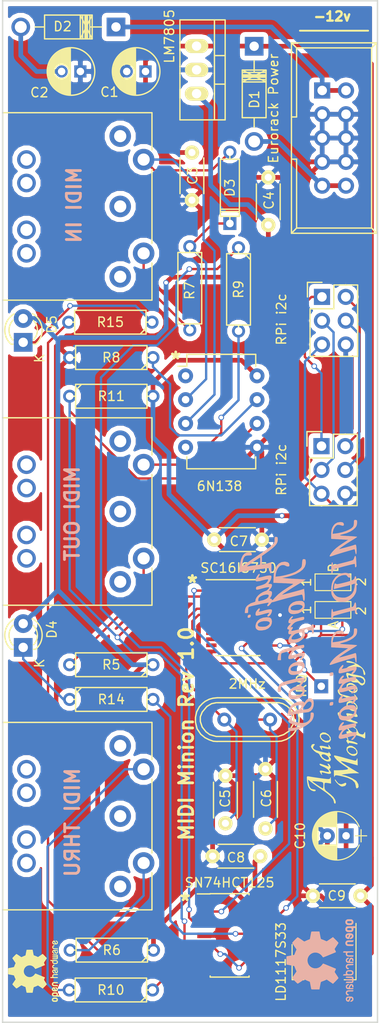
<source format=kicad_pcb>
(kicad_pcb (version 4) (host pcbnew 4.0.6)
  (title_block (title "Europi MIDI Minion") (date 2016-12-18) (rev "Rev 0.1") (company "Audio Morphology"))
  (layers (0 F.Cu signal) (31 B.Cu signal) (34 B.Paste user hide) (35 F.Paste user hide) (36 B.SilkS user) (37 F.SilkS user) (38 B.Mask user) (39 F.Mask user) (44 Edge.Cuts user))
  (net 0 "")
  (net 1 +12V)
  (net 2 GND)
  (net 3 -12V)
  (net 4 +5V)
  (net 5 "Net-(C5-Pad1)")
  (net 6 "Net-(C6-Pad1)")
  (net 7 +3V3)
  (net 8 "Net-(D1-Pad2)")
  (net 9 "Net-(D2-Pad1)")
  (net 10 "Net-(D3-Pad1)")
  (net 11 "Net-(D3-Pad2)")
  (net 12 "Net-(IC1-Pad2)")
  (net 13 "Net-(IC1-Pad3)")
  (net 14 "Net-(IC1-Pad5)")
  (net 15 "Net-(IC1-Pad6)")
  (net 16 "Net-(IC1-Pad8)")
  (net 17 "Net-(IC1-Pad11)")
  (net 18 "Net-(IC1-Pad12)")
  (net 19 "Net-(IC2-Pad14)")
  (net 20 "Net-(IC3-Pad7)")
  (net 21 "Net-(P1-Pad5)")
  (net 22 "Net-(P1-Pad4)")
  (net 23 "Net-(P2-Pad5)")
  (net 24 "Net-(P2-Pad4)")
  (net 25 "Net-(P3-Pad4)")
  (net 26 "Net-(Pi1-Pad2)")
  (net 27 "Net-(Pi1-Pad4)")
  (net 28 "Net-(D4-Pad1)")
  (net 29 "Net-(D5-Pad1)")
  (net 30 A0)
  (net 31 A1)
  (net 32 "Net-(Pi1-Pad1)")
  (net 33 SCL_LV)
  (net 34 SDA_LV)
  (module "europi:AM Logo + MIDI Minion_BW" (layer B.Cu) (at 73.9 133.85 270)
    (fp_text reference G*** hide)
    (fp_text value LOGO hide)
  )
  (module europi:AM_Logo (layer F.Cu) (at 77.55 145.55 90)
    (fp_text reference G*** hide)
    (fp_text value LOGO hide)
  )
  (module Pin_Headers:Pin_Header_Straight_2x03 (layer F.Cu) (at 76.075 99.1)
    (fp_text reference "RPi i2c" (at -4.325 2.4 90) (layer F.SilkS))
    (fp_text value CONN_02X03)
    (pad 1 thru_hole rect (at 0 0) (size 1.7272 1.7272) (drill 1.016) (layers *.Cu *.Mask) (net 32 "Net-(Pi1-Pad1)"))
    (pad 2 thru_hole oval (at 2.54 0) (size 1.7272 1.7272) (drill 1.016) (layers *.Cu *.Mask) (net 26 "Net-(Pi1-Pad2)"))
    (pad 3 thru_hole oval (at 0 2.54) (size 1.7272 1.7272) (drill 1.016) (layers *.Cu *.Mask) (net 34 SDA_LV))
    (pad 4 thru_hole oval (at 2.54 2.54) (size 1.7272 1.7272) (drill 1.016) (layers *.Cu *.Mask) (net 27 "Net-(Pi1-Pad4)"))
    (pad 5 thru_hole oval (at 0 5.08) (size 1.7272 1.7272) (drill 1.016) (layers *.Cu *.Mask) (net 33 SCL_LV))
    (pad 6 thru_hole oval (at 2.54 5.08) (size 1.7272 1.7272) (drill 1.016) (layers *.Cu *.Mask) (net 2 GND))
  )
  (module Pin_Headers:Pin_Header_Straight_2x03 (layer F.Cu) (at 76.025 115.025)
    (fp_text reference "RPi i2c" (at -4.275 2.525 90) (layer F.SilkS))
    (fp_text value CONN_02X03)
    (pad 1 thru_hole rect (at 0 0) (size 1.7272 1.7272) (drill 1.016) (layers *.Cu *.Mask) (net 32 "Net-(Pi1-Pad1)"))
    (pad 2 thru_hole oval (at 2.54 0) (size 1.7272 1.7272) (drill 1.016) (layers *.Cu *.Mask) (net 26 "Net-(Pi1-Pad2)"))
    (pad 3 thru_hole oval (at 0 2.54) (size 1.7272 1.7272) (drill 1.016) (layers *.Cu *.Mask) (net 34 SDA_LV))
    (pad 4 thru_hole oval (at 2.54 2.54) (size 1.7272 1.7272) (drill 1.016) (layers *.Cu *.Mask) (net 27 "Net-(Pi1-Pad4)"))
    (pad 5 thru_hole oval (at 0 5.08) (size 1.7272 1.7272) (drill 1.016) (layers *.Cu *.Mask) (net 33 SCL_LV))
    (pad 6 thru_hole oval (at 2.54 5.08) (size 1.7272 1.7272) (drill 1.016) (layers *.Cu *.Mask) (net 2 GND))
  )
  (module Housings_SSOP:TSSOP-24_4.4x7.8mm_Pitch0.65mm (layer F.Cu) (at 67.125 133.35)
    (fp_text reference SC16IS750 (at 0.05 -5.325) (layer F.SilkS))
    (fp_text value SC16IS750)
    (pad 1 smd rect (at -2.85 -3.575) (size 1.1 0.4) (layers F.Cu F.Paste F.Mask))
    (pad 2 smd rect (at -2.85 -2.925) (size 1.1 0.4) (layers F.Cu F.Paste F.Mask) (net 12 "Net-(IC1-Pad2)"))
    (pad 3 smd rect (at -2.85 -2.275) (size 1.1 0.4) (layers F.Cu F.Paste F.Mask) (net 14 "Net-(IC1-Pad5)"))
    (pad 4 smd rect (at -2.85 -1.625) (size 1.1 0.4) (layers F.Cu F.Paste F.Mask) (net 7 +3V3))
    (pad 5 smd rect (at -2.85 -0.975) (size 1.1 0.4) (layers F.Cu F.Paste F.Mask) (net 5 "Net-(C5-Pad1)"))
    (pad 6 smd rect (at -2.85 -0.325) (size 1.1 0.4) (layers F.Cu F.Paste F.Mask) (net 6 "Net-(C6-Pad1)"))
    (pad 7 smd rect (at -2.85 0.325) (size 1.1 0.4) (layers F.Cu F.Paste F.Mask) (net 7 +3V3))
    (pad 8 smd rect (at -2.85 0.975) (size 1.1 0.4) (layers F.Cu F.Paste F.Mask) (net 7 +3V3))
    (pad 9 smd rect (at -2.85 1.625) (size 1.1 0.4) (layers F.Cu F.Paste F.Mask) (net 30 A0))
    (pad 10 smd rect (at -2.85 2.275) (size 1.1 0.4) (layers F.Cu F.Paste F.Mask) (net 31 A1))
    (pad 11 smd rect (at -2.85 2.925) (size 1.1 0.4) (layers F.Cu F.Paste F.Mask))
    (pad 12 smd rect (at -2.85 3.575) (size 1.1 0.4) (layers F.Cu F.Paste F.Mask) (net 33 SCL_LV))
    (pad 13 smd rect (at 2.85 3.575) (size 1.1 0.4) (layers F.Cu F.Paste F.Mask) (net 34 SDA_LV))
    (pad 14 smd rect (at 2.85 2.925) (size 1.1 0.4) (layers F.Cu F.Paste F.Mask) (net 19 "Net-(IC2-Pad14)"))
    (pad 15 smd rect (at 2.85 2.275) (size 1.1 0.4) (layers F.Cu F.Paste F.Mask) (net 18 "Net-(IC1-Pad12)"))
    (pad 16 smd rect (at 2.85 1.625) (size 1.1 0.4) (layers F.Cu F.Paste F.Mask))
    (pad 17 smd rect (at 2.85 0.975) (size 1.1 0.4) (layers F.Cu F.Paste F.Mask))
    (pad 18 smd rect (at 2.85 0.325) (size 1.1 0.4) (layers F.Cu F.Paste F.Mask))
    (pad 19 smd rect (at 2.85 -0.325) (size 1.1 0.4) (layers F.Cu F.Paste F.Mask) (net 2 GND))
    (pad 20 smd rect (at 2.85 -0.975) (size 1.1 0.4) (layers F.Cu F.Paste F.Mask))
    (pad 21 smd rect (at 2.85 -1.625) (size 1.1 0.4) (layers F.Cu F.Paste F.Mask))
    (pad 22 smd rect (at 2.85 -2.275) (size 1.1 0.4) (layers F.Cu F.Paste F.Mask))
    (pad 23 smd rect (at 2.85 -2.925) (size 1.1 0.4) (layers F.Cu F.Paste F.Mask))
    (pad 24 smd rect (at 2.85 -3.575) (size 1.1 0.4) (layers F.Cu F.Paste F.Mask))
  )
  (module Capacitors_ThroughHole:C_Radial_D5_L11_P2 (layer F.Cu) (at 57.25 75.05 180)
    (fp_text reference C1 (at 3.85 -2.2 180) (layer F.SilkS))
    (fp_text value 10uF)
    (pad 1 thru_hole rect (at 0 0 180) (size 1.3 1.3) (drill 0.8) (layers *.Cu *.Mask) (net 1 +12V))
    (pad 2 thru_hole circle (at 2 0 180) (size 1.3 1.3) (drill 0.8) (layers *.Cu *.Mask) (net 2 GND))
  )
  (module Capacitors_ThroughHole:C_Radial_D5_L11_P2 (layer F.Cu) (at 50.3 75.05 180)
    (fp_text reference C2 (at 4.375 -2.25 180) (layer F.SilkS))
    (fp_text value 10uF)
    (pad 1 thru_hole rect (at 0 0 180) (size 1.3 1.3) (drill 0.8) (layers *.Cu *.Mask) (net 2 GND))
    (pad 2 thru_hole circle (at 2 0 180) (size 1.3 1.3) (drill 0.8) (layers *.Cu *.Mask) (net 3 -12V))
  )
  (module europi:tantalum_capacitor (layer F.Cu) (at 62.2 86.24 270)
    (fp_text reference C3 (at -0.075 -0.075 270) (layer F.SilkS))
    (fp_text value 330n)
    (pad 1 thru_hole circle (at -2.54 0 270) (size 1.524 1.524) (drill 0.762) (layers *.Cu *.Mask F.SilkS) (net 1 +12V))
    (pad 2 thru_hole circle (at 2.54 0 270) (size 1.524 1.524) (drill 0.762) (layers *.Cu *.Mask F.SilkS) (net 2 GND))
  )
  (module europi:tantalum_capacitor (layer F.Cu) (at 70.35 88.89 90)
    (fp_text reference C4 (at 0.075 0.075 90) (layer F.SilkS))
    (fp_text value 100n)
    (pad 1 thru_hole circle (at -2.54 0 90) (size 1.524 1.524) (drill 0.762) (layers *.Cu *.Mask F.SilkS) (net 4 +5V))
    (pad 2 thru_hole circle (at 2.54 0 90) (size 1.524 1.524) (drill 0.762) (layers *.Cu *.Mask F.SilkS) (net 2 GND))
  )
  (module europi:tantalum_capacitor (layer F.Cu) (at 65.775 152.725 90)
    (fp_text reference C5 (at 0.1 -0.025 90) (layer F.SilkS))
    (fp_text value 22pF)
    (pad 1 thru_hole circle (at -2.54 0 90) (size 1.524 1.524) (drill 0.762) (layers *.Cu *.Mask F.SilkS) (net 5 "Net-(C5-Pad1)"))
    (pad 2 thru_hole circle (at 2.54 0 90) (size 1.524 1.524) (drill 0.762) (layers *.Cu *.Mask F.SilkS) (net 2 GND))
  )
  (module europi:disc_capacitor (layer F.Cu) (at 70.05 152.65 90)
    (fp_text reference C6 (at 0.05 0.1 90) (layer F.SilkS))
    (fp_text value 33pF)
    (pad 1 thru_hole circle (at -3.175 0 90) (size 1.524 1.524) (drill 0.762) (layers *.Cu *.Mask F.SilkS) (net 6 "Net-(C6-Pad1)"))
    (pad 2 thru_hole circle (at 3.175 0 90) (size 1.524 1.524) (drill 0.762) (layers *.Cu *.Mask F.SilkS) (net 2 GND))
  )
  (module europi:tantalum_capacitor (layer F.Cu) (at 67.125 125)
    (fp_text reference C7 (at 0.075 0.175) (layer F.SilkS))
    (fp_text value 100nF)
    (pad 1 thru_hole circle (at -2.54 0) (size 1.524 1.524) (drill 0.762) (layers *.Cu *.Mask F.SilkS) (net 7 +3V3))
    (pad 2 thru_hole circle (at 2.54 0) (size 1.524 1.524) (drill 0.762) (layers *.Cu *.Mask F.SilkS) (net 2 GND))
  )
  (module europi:tantalum_capacitor (layer F.Cu) (at 66.95 158.775)
    (fp_text reference C8 (at -0.05 0.15) (layer F.SilkS))
    (fp_text value 100nF)
    (pad 1 thru_hole circle (at -2.54 0) (size 1.524 1.524) (drill 0.762) (layers *.Cu *.Mask F.SilkS) (net 2 GND))
    (pad 2 thru_hole circle (at 2.54 0) (size 1.524 1.524) (drill 0.762) (layers *.Cu *.Mask F.SilkS) (net 4 +5V))
  )
  (module Diodes_ThroughHole:Diode_DO-41_SOD81_Horizontal_RM10 (layer F.Cu) (at 68.84 72.36 270)
    (fp_text reference D1 (at 5.675 -0.025 270) (layer F.SilkS))
    (fp_text value 1N5817)
    (pad 2 thru_hole circle (at 10.16 -0.00254 90) (size 1.99898 1.99898) (drill 1.27) (layers *.Cu *.Mask) (net 8 "Net-(D1-Pad2)"))
    (pad 1 thru_hole rect (at 0 -0.00254 90) (size 1.99898 1.99898) (drill 1.00076) (layers *.Cu *.Mask) (net 1 +12V))
  )
  (module Diodes_ThroughHole:Diode_DO-41_SOD81_Horizontal_RM10 (layer F.Cu) (at 54.1 70.3 180)
    (fp_text reference D2 (at 5.7 0.05 180) (layer F.SilkS))
    (fp_text value 1N5817)
    (pad 2 thru_hole circle (at 10.16 -0.00254) (size 1.99898 1.99898) (drill 1.27) (layers *.Cu *.Mask) (net 3 -12V))
    (pad 1 thru_hole rect (at 0 -0.00254) (size 1.99898 1.99898) (drill 1.00076) (layers *.Cu *.Mask) (net 9 "Net-(D2-Pad1)"))
  )
  (module Discret:D3 (layer F.Cu) (at 66.25 87.46 270)
    (fp_text reference D3 (at 0 0 270) (layer F.SilkS))
    (fp_text value 1N4148)
    (pad 1 thru_hole rect (at 3.81 0 270) (size 1.397 1.397) (drill 0.8128) (layers *.Cu *.Mask) (net 10 "Net-(D3-Pad1)"))
    (pad 2 thru_hole circle (at -3.81 0 270) (size 1.397 1.397) (drill 0.8128) (layers *.Cu *.Mask) (net 11 "Net-(D3-Pad2)"))
  )
  (module LEDs:LED-3MM (layer F.Cu) (at 44.2 136.5 90)
    (fp_text reference D4 (at 1.91 3.06 90) (layer F.SilkS))
    (fp_text value LED)
    (fp_text user K (at -1.69 1.74 90) (layer F.SilkS))
    (pad 1 thru_hole rect (at 0 0 180) (size 2 2) (drill 1.00076) (layers *.Cu *.Mask) (net 28 "Net-(D4-Pad1)"))
    (pad 2 thru_hole circle (at 2.54 0 90) (size 2 2) (drill 1.00076) (layers *.Cu *.Mask) (net 4 +5V))
  )
  (module LEDs:LED-3MM (layer F.Cu) (at 44.2 103.95 90)
    (fp_text reference D5 (at 1.91 3.06 90) (layer F.SilkS))
    (fp_text value LED)
    (fp_text user K (at -1.69 1.74 90) (layer F.SilkS))
    (pad 1 thru_hole rect (at 0 0 180) (size 2 2) (drill 1.00076) (layers *.Cu *.Mask) (net 29 "Net-(D5-Pad1)"))
    (pad 2 thru_hole circle (at 2.54 0 90) (size 2 2) (drill 1.00076) (layers *.Cu *.Mask) (net 4 +5V))
  )
  (module Connect:IDC_Header_Straight_10pins (layer F.Cu) (at 76.1 77.075 270)
    (fp_text reference "Eurorack Power" (at 1.925 5.2 270) (layer F.SilkS))
    (fp_text value CONN_02X05)
    (pad 1 thru_hole rect (at 0 0 270) (size 1.7272 1.7272) (drill 1.016) (layers *.Cu *.Mask) (net 9 "Net-(D2-Pad1)"))
    (pad 2 thru_hole oval (at 0 -2.54 270) (size 1.7272 1.7272) (drill 1.016) (layers *.Cu *.Mask) (net 9 "Net-(D2-Pad1)"))
    (pad 3 thru_hole oval (at 2.54 0 270) (size 1.7272 1.7272) (drill 1.016) (layers *.Cu *.Mask) (net 2 GND))
    (pad 4 thru_hole oval (at 2.54 -2.54 270) (size 1.7272 1.7272) (drill 1.016) (layers *.Cu *.Mask) (net 2 GND))
    (pad 5 thru_hole oval (at 5.08 0 270) (size 1.7272 1.7272) (drill 1.016) (layers *.Cu *.Mask) (net 2 GND))
    (pad 6 thru_hole oval (at 5.08 -2.54 270) (size 1.7272 1.7272) (drill 1.016) (layers *.Cu *.Mask) (net 2 GND))
    (pad 7 thru_hole oval (at 7.62 0 270) (size 1.7272 1.7272) (drill 1.016) (layers *.Cu *.Mask) (net 2 GND))
    (pad 8 thru_hole oval (at 7.62 -2.54 270) (size 1.7272 1.7272) (drill 1.016) (layers *.Cu *.Mask) (net 2 GND))
    (pad 9 thru_hole oval (at 10.16 0 270) (size 1.7272 1.7272) (drill 1.016) (layers *.Cu *.Mask) (net 8 "Net-(D1-Pad2)"))
    (pad 10 thru_hole oval (at 10.16 -2.54 270) (size 1.7272 1.7272) (drill 1.016) (layers *.Cu *.Mask) (net 8 "Net-(D1-Pad2)"))
  )
  (module Housings_SOIC:SOIC-14_3.9x8.7mm_Pitch1.27mm (layer F.Cu) (at 66.225 167.225)
    (fp_text reference SN74HCT125 (at 0 -5.625) (layer F.SilkS))
    (fp_text value SN74HCT125)
    (pad 1 smd rect (at -2.7 -3.81) (size 1.5 0.6) (layers F.Cu F.Paste F.Mask) (net 2 GND))
    (pad 2 smd rect (at -2.7 -2.54) (size 1.5 0.6) (layers F.Cu F.Paste F.Mask) (net 12 "Net-(IC1-Pad2)"))
    (pad 3 smd rect (at -2.7 -1.27) (size 1.5 0.6) (layers F.Cu F.Paste F.Mask) (net 13 "Net-(IC1-Pad3)"))
    (pad 4 smd rect (at -2.7 0) (size 1.5 0.6) (layers F.Cu F.Paste F.Mask) (net 2 GND))
    (pad 5 smd rect (at -2.7 1.27) (size 1.5 0.6) (layers F.Cu F.Paste F.Mask) (net 14 "Net-(IC1-Pad5)"))
    (pad 6 smd rect (at -2.7 2.54) (size 1.5 0.6) (layers F.Cu F.Paste F.Mask) (net 15 "Net-(IC1-Pad6)"))
    (pad 7 smd rect (at -2.7 3.81) (size 1.5 0.6) (layers F.Cu F.Paste F.Mask) (net 2 GND))
    (pad 8 smd rect (at 2.7 3.81) (size 1.5 0.6) (layers F.Cu F.Paste F.Mask) (net 16 "Net-(IC1-Pad8)"))
    (pad 9 smd rect (at 2.7 2.54) (size 1.5 0.6) (layers F.Cu F.Paste F.Mask) (net 14 "Net-(IC1-Pad5)"))
    (pad 10 smd rect (at 2.7 1.27) (size 1.5 0.6) (layers F.Cu F.Paste F.Mask) (net 2 GND))
    (pad 11 smd rect (at 2.7 0) (size 1.5 0.6) (layers F.Cu F.Paste F.Mask) (net 17 "Net-(IC1-Pad11)"))
    (pad 12 smd rect (at 2.7 -1.27) (size 1.5 0.6) (layers F.Cu F.Paste F.Mask) (net 18 "Net-(IC1-Pad12)"))
    (pad 13 smd rect (at 2.7 -2.54) (size 1.5 0.6) (layers F.Cu F.Paste F.Mask) (net 2 GND))
    (pad 14 smd rect (at 2.7 -3.81) (size 1.5 0.6) (layers F.Cu F.Paste F.Mask) (net 4 +5V))
  )
  (module Housings_DIP:DIP-8_W7.62mm (layer F.Cu) (at 61.525 107.525)
    (fp_text reference 6N138 (at 3.625 11.775) (layer F.SilkS))
    (fp_text value 6N138)
    (pad 1 thru_hole oval (at 0 0) (size 1.6 1.6) (drill 0.8) (layers *.Cu *.Mask))
    (pad 2 thru_hole oval (at 0 2.54) (size 1.6 1.6) (drill 0.8) (layers *.Cu *.Mask) (net 10 "Net-(D3-Pad1)"))
    (pad 3 thru_hole oval (at 0 5.08) (size 1.6 1.6) (drill 0.8) (layers *.Cu *.Mask) (net 11 "Net-(D3-Pad2)"))
    (pad 4 thru_hole oval (at 0 7.62) (size 1.6 1.6) (drill 0.8) (layers *.Cu *.Mask))
    (pad 5 thru_hole oval (at 7.62 7.62) (size 1.6 1.6) (drill 0.8) (layers *.Cu *.Mask) (net 2 GND))
    (pad 6 thru_hole oval (at 7.62 5.08) (size 1.6 1.6) (drill 0.8) (layers *.Cu *.Mask) (net 14 "Net-(IC1-Pad5)"))
    (pad 7 thru_hole oval (at 7.62 2.54) (size 1.6 1.6) (drill 0.8) (layers *.Cu *.Mask) (net 20 "Net-(IC3-Pad7)"))
    (pad 8 thru_hole oval (at 7.62 0) (size 1.6 1.6) (drill 0.8) (layers *.Cu *.Mask) (net 7 +3V3))
  )
  (module europi:7805 (layer F.Cu) (at 62.7 74.88 270)
    (fp_text reference LM7805 (at -3.58 2.9 450) (layer F.SilkS))
    (fp_text value RRG7805)
    (pad 2 thru_hole oval (at 0 0) (size 2.49936 1.50114) (drill 1.00076) (layers *.Cu *.Mask F.SilkS) (net 2 GND))
    (pad 1 thru_hole oval (at -2.54 0) (size 2.49936 1.50114) (drill 1.00076) (layers *.Cu *.Mask F.SilkS) (net 1 +12V))
    (pad 3 thru_hole oval (at 2.54 0) (size 2.49936 1.50114) (drill 1.00076) (layers *.Cu *.Mask F.SilkS) (net 4 +5V))
  )
  (module Discret:R3-5 (layer F.Cu) (at 53.6 138.35 180)
    (fp_text reference R5 (at 0 0 180) (layer F.SilkS))
    (fp_text value 220R)
    (pad 1 thru_hole circle (at -4.445 0 180) (size 1.397 1.397) (drill 0.8128) (layers *.Cu *.Mask) (net 4 +5V))
    (pad 2 thru_hole circle (at 4.445 0 180) (size 1.397 1.397) (drill 0.8128) (layers *.Cu *.Mask) (net 22 "Net-(P1-Pad4)"))
  )
  (module Discret:R3-5 (layer F.Cu) (at 53.655 168.8 180)
    (fp_text reference R6 (at 0 0 180) (layer F.SilkS))
    (fp_text value 220R)
    (pad 1 thru_hole circle (at -4.445 0 180) (size 1.397 1.397) (drill 0.8128) (layers *.Cu *.Mask) (net 4 +5V))
    (pad 2 thru_hole circle (at 4.445 0 180) (size 1.397 1.397) (drill 0.8128) (layers *.Cu *.Mask) (net 24 "Net-(P2-Pad4)"))
  )
  (module Discret:R3-5 (layer F.Cu) (at 61.975 98.175 270)
    (fp_text reference R7 (at 0.25 0.025 270) (layer F.SilkS))
    (fp_text value 220R)
    (pad 1 thru_hole circle (at -4.445 0 270) (size 1.397 1.397) (drill 0.8128) (layers *.Cu *.Mask) (net 10 "Net-(D3-Pad1)"))
    (pad 2 thru_hole circle (at 4.445 0 270) (size 1.397 1.397) (drill 0.8128) (layers *.Cu *.Mask) (net 25 "Net-(P3-Pad4)"))
  )
  (module Discret:R3-5 (layer F.Cu) (at 53.6 105.575 180)
    (fp_text reference R8 (at 0 0 180) (layer F.SilkS))
    (fp_text value 1K)
    (pad 1 thru_hole circle (at -4.445 0 180) (size 1.397 1.397) (drill 0.8128) (layers *.Cu *.Mask) (net 20 "Net-(IC3-Pad7)"))
    (pad 2 thru_hole circle (at 4.445 0 180) (size 1.397 1.397) (drill 0.8128) (layers *.Cu *.Mask) (net 2 GND))
  )
  (module Discret:R3-5 (layer F.Cu) (at 67.175 98.3 270)
    (fp_text reference R9 (at 0 0 270) (layer F.SilkS))
    (fp_text value 220R)
    (pad 1 thru_hole circle (at -4.445 0 270) (size 1.397 1.397) (drill 0.8128) (layers *.Cu *.Mask) (net 13 "Net-(IC1-Pad3)"))
    (pad 2 thru_hole circle (at 4.445 0 270) (size 1.397 1.397) (drill 0.8128) (layers *.Cu *.Mask) (net 21 "Net-(P1-Pad5)"))
  )
  (module Discret:R3-5 (layer F.Cu) (at 53.555 173.05 180)
    (fp_text reference R10 (at 0 0 180) (layer F.SilkS))
    (fp_text value 220R)
    (pad 1 thru_hole circle (at -4.445 0 180) (size 1.397 1.397) (drill 0.8128) (layers *.Cu *.Mask) (net 15 "Net-(IC1-Pad6)"))
    (pad 2 thru_hole circle (at 4.445 0 180) (size 1.397 1.397) (drill 0.8128) (layers *.Cu *.Mask) (net 23 "Net-(P2-Pad5)"))
  )
  (module Discret:R3-5 (layer F.Cu) (at 53.6 109.7)
    (fp_text reference R11 (at 0 0) (layer F.SilkS))
    (fp_text value 470R)
    (pad 1 thru_hole circle (at -4.445 0) (size 1.397 1.397) (drill 0.8128) (layers *.Cu *.Mask) (net 14 "Net-(IC1-Pad5)"))
    (pad 2 thru_hole circle (at 4.445 0) (size 1.397 1.397) (drill 0.8128) (layers *.Cu *.Mask) (net 7 +3V3))
  )
  (module Discret:R3-5 (layer F.Cu) (at 53.6 142.05)
    (fp_text reference R14 (at 0 0) (layer F.SilkS))
    (fp_text value 470R)
    (pad 1 thru_hole circle (at -4.445 0) (size 1.397 1.397) (drill 0.8128) (layers *.Cu *.Mask) (net 28 "Net-(D4-Pad1)"))
    (pad 2 thru_hole circle (at 4.445 0) (size 1.397 1.397) (drill 0.8128) (layers *.Cu *.Mask) (net 17 "Net-(IC1-Pad11)"))
  )
  (module Discret:R3-5 (layer F.Cu) (at 53.5 101.8 180)
    (fp_text reference R15 (at 0 0 180) (layer F.SilkS))
    (fp_text value 220R)
    (pad 1 thru_hole circle (at -4.445 0 180) (size 1.397 1.397) (drill 0.8128) (layers *.Cu *.Mask) (net 29 "Net-(D5-Pad1)"))
    (pad 2 thru_hole circle (at 4.445 0 180) (size 1.397 1.397) (drill 0.8128) (layers *.Cu *.Mask) (net 16 "Net-(IC1-Pad8)"))
  )
  (module Measurement_Points:Measurement_Point_Square-TH_Small (layer F.Cu) (at 76 140.65)
    (fp_text reference IRQ (at -2.1 -0.06 90) (layer F.SilkS))
    (fp_text value IRQ)
    (pad 1 thru_hole rect (at 0 0) (size 1.5 1.5) (drill 0.8) (layers *.Cu *.Mask) (net 19 "Net-(IC2-Pad14)"))
  )
  (module Crystals:Crystal_HC49-U_Vertical (layer F.Cu) (at 68.1 144.2)
    (fp_text reference 2MHz (at 0 -3.81) (layer F.SilkS))
    (fp_text value 2MHz)
    (pad 1 thru_hole circle (at -2.44094 0) (size 1.50114 1.50114) (drill 0.8001) (layers *.Cu *.Mask) (net 5 "Net-(C5-Pad1)"))
    (pad 2 thru_hole circle (at 2.44094 0) (size 1.50114 1.50114) (drill 0.8001) (layers *.Cu *.Mask) (net 6 "Net-(C6-Pad1)"))
  )
  (module europi:SDS-50J (layer F.Cu) (at 54.55 129.5 90)
    (fp_text reference P1 hide)
    (fp_text value "MIDI OUT")
    (pad 5 thru_hole circle (at 12.5 2.5 90) (size 2.3 2.3) (drill 1.3) (layers *.Cu *.Mask) (net 21 "Net-(P1-Pad5)"))
    (pad "" thru_hole circle (at 5 -10 90) (size 2 2) (drill 1.3) (layers *.Cu *.Mask))
    (pad 3 thru_hole circle (at 15 0 90) (size 2.3 2.3) (drill 1.3) (layers *.Cu *.Mask))
    (pad 2 thru_hole circle (at 7.5 0 90) (size 2.3 2.3) (drill 1.3) (layers *.Cu *.Mask))
    (pad 1 thru_hole circle (at 0 0 90) (size 2.3 2.3) (drill 1.3) (layers *.Cu *.Mask))
    (pad 4 thru_hole circle (at 2.5 2.5 90) (size 2.3 2.3) (drill 1.3) (layers *.Cu *.Mask) (net 22 "Net-(P1-Pad4)"))
    (pad "" thru_hole circle (at 10 -10 90) (size 2 2) (drill 1.3) (layers *.Cu *.Mask))
    (pad "" thru_hole circle (at 12.5 -10 90) (size 2 2) (drill 1.3) (layers *.Cu *.Mask))
    (pad "" thru_hole circle (at 2.5 -10 90) (size 2 2) (drill 1.3) (layers *.Cu *.Mask))
  )
  (module europi:SDS-50J (layer F.Cu) (at 54.55 162 90)
    (fp_text reference P2 hide)
    (fp_text value "MIDI THRU")
    (pad 5 thru_hole circle (at 12.5 2.5 90) (size 2.3 2.3) (drill 1.3) (layers *.Cu *.Mask) (net 23 "Net-(P2-Pad5)"))
    (pad "" thru_hole circle (at 5 -10 90) (size 2 2) (drill 1.3) (layers *.Cu *.Mask))
    (pad 3 thru_hole circle (at 15 0 90) (size 2.3 2.3) (drill 1.3) (layers *.Cu *.Mask))
    (pad 2 thru_hole circle (at 7.5 0 90) (size 2.3 2.3) (drill 1.3) (layers *.Cu *.Mask))
    (pad 1 thru_hole circle (at 0 0 90) (size 2.3 2.3) (drill 1.3) (layers *.Cu *.Mask))
    (pad 4 thru_hole circle (at 2.5 2.5 90) (size 2.3 2.3) (drill 1.3) (layers *.Cu *.Mask) (net 24 "Net-(P2-Pad4)"))
    (pad "" thru_hole circle (at 10 -10 90) (size 2 2) (drill 1.3) (layers *.Cu *.Mask))
    (pad "" thru_hole circle (at 12.5 -10 90) (size 2 2) (drill 1.3) (layers *.Cu *.Mask))
    (pad "" thru_hole circle (at 2.5 -10 90) (size 2 2) (drill 1.3) (layers *.Cu *.Mask))
  )
  (module europi:SDS-50J (layer F.Cu) (at 54.55 96.95 90)
    (fp_text reference P3 hide)
    (fp_text value "MIDI IN")
    (pad 5 thru_hole circle (at 12.5 2.5 90) (size 2.3 2.3) (drill 1.3) (layers *.Cu *.Mask) (net 11 "Net-(D3-Pad2)"))
    (pad "" thru_hole circle (at 5 -10 90) (size 2 2) (drill 1.3) (layers *.Cu *.Mask))
    (pad 3 thru_hole circle (at 15 0 90) (size 2.3 2.3) (drill 1.3) (layers *.Cu *.Mask))
    (pad 2 thru_hole circle (at 7.5 0 90) (size 2.3 2.3) (drill 1.3) (layers *.Cu *.Mask))
    (pad 1 thru_hole circle (at 0 0 90) (size 2.3 2.3) (drill 1.3) (layers *.Cu *.Mask))
    (pad 4 thru_hole circle (at 2.5 2.5 90) (size 2.3 2.3) (drill 1.3) (layers *.Cu *.Mask) (net 25 "Net-(P3-Pad4)"))
    (pad "" thru_hole circle (at 10 -10 90) (size 2 2) (drill 1.3) (layers *.Cu *.Mask))
    (pad "" thru_hole circle (at 12.5 -10 90) (size 2 2) (drill 1.3) (layers *.Cu *.Mask))
    (pad "" thru_hole circle (at 2.5 -10 90) (size 2 2) (drill 1.3) (layers *.Cu *.Mask))
  )
  (module europi:tantalum_capacitor (layer F.Cu) (at 77.65 163 180)
    (fp_text reference C9 (at 0 0 180) (layer F.SilkS))
    (fp_text value 100n)
    (pad 1 thru_hole circle (at -2.54 0 180) (size 1.524 1.524) (drill 0.762) (layers *.Cu *.Mask F.SilkS) (net 1 +12V))
    (pad 2 thru_hole circle (at 2.54 0 180) (size 1.524 1.524) (drill 0.762) (layers *.Cu *.Mask F.SilkS) (net 2 GND))
  )
  (module Capacitors_ThroughHole:CP_Radial_D5.0mm_P2.00mm (layer F.Cu) (at 78.65 156.6 180)
    (fp_text reference C10 (at 4.9 0 270) (layer F.SilkS))
    (fp_text value 10uF)
    (pad 1 thru_hole rect (at 0 0 180) (size 1.6 1.6) (drill 0.8) (layers *.Cu *.Mask) (net 7 +3V3))
    (pad 2 thru_hole circle (at 2 0 180) (size 1.6 1.6) (drill 0.8) (layers *.Cu *.Mask) (net 2 GND))
  )
  (module Connect:GS3 (layer F.Cu) (at 77.25 132.5 90)
    (fp_text reference "" (at -1.7 0 180) (layer F.SilkS))
    (fp_text value GS3)
    (pad 1 smd rect (at 0 -1.27 90) (size 1.27 0.97) (layers F.Cu F.Paste F.Mask) (net 33 SCL_LV))
    (pad 2 smd rect (at 0 0 90) (size 1.27 0.97) (layers F.Cu F.Paste F.Mask) (net 31 A1))
    (pad 3 smd rect (at 0 1.27 90) (size 1.27 0.97) (layers F.Cu F.Paste F.Mask) (net 34 SDA_LV))
  )
  (module Connect:GS3 (layer F.Cu) (at 77.25 129.55 270)
    (fp_text reference "" (at -1.7 0 360) (layer F.SilkS))
    (fp_text value GS3)
    (pad 1 smd rect (at 0 -1.27 270) (size 1.27 0.97) (layers F.Cu F.Paste F.Mask) (net 7 +3V3))
    (pad 2 smd rect (at 0 0 270) (size 1.27 0.97) (layers F.Cu F.Paste F.Mask) (net 30 A0))
    (pad 3 smd rect (at 0 1.27 270) (size 1.27 0.97) (layers F.Cu F.Paste F.Mask) (net 2 GND))
  )
  (module TO_SOT_Packages_SMD:SOT-223 (layer F.Cu) (at 76.3 170.05 270)
    (fp_text reference LD1117S33 (at 0 4.6 270) (layer F.SilkS))
    (fp_text value LD1117S33TR)
    (pad 4 smd rect (at 3.15 0 270) (size 2 3.8) (layers F.Cu F.Paste F.Mask))
    (pad 2 smd rect (at -3.15 0 270) (size 2 1.5) (layers F.Cu F.Paste F.Mask) (net 7 +3V3))
    (pad 3 smd rect (at -3.15 2.3 270) (size 2 1.5) (layers F.Cu F.Paste F.Mask) (net 1 +12V))
    (pad 1 smd rect (at -3.15 -2.3 270) (size 2 1.5) (layers F.Cu F.Paste F.Mask) (net 2 GND))
  )
  (module Symbols:OSHW-Logo2_9.8x8mm_SilkScreen (layer B.Cu) (at 76 169.9 270)
    (fp_text reference REF*** hide)
    (fp_text value OSHW-Logo2_9.8x8mm_SilkScreen hide)
  )
  (module Symbols:OSHW-Logo2_7.3x6mm_SilkScreen (layer F.Cu) (at 45.35 171.05 90)
    (fp_text reference REF*** hide)
    (fp_text value OSHW-Logo2_7.3x6mm_SilkScreen hide)
  )
  (gr_text 2 (at 80.25 129.5 90) (layer F.SilkS) (effects (font (size 1.016 1.016) (thickness 0.1524))))
  (gr_text 1 (at 74.4 129.55 90) (layer F.SilkS) (effects (font (size 1.016 1.016) (thickness 0.1524))))
  (gr_text 2 (at 80.25 132.6 90) (layer F.SilkS) (effects (font (size 1.016 1.016) (thickness 0.1524))))
  (gr_text 1 (at 74.4 132.5 90) (layer F.SilkS) (effects (font (size 1.016 1.016) (thickness 0.1524))))
  (gr_text B (at 77.3 128 90) (layer F.SilkS) (effects (font (size 1.016 1.016) (thickness 0.1524))))
  (gr_text A (at 77.3 134.1 90) (layer F.SilkS) (effects (font (size 1.016 1.016) (thickness 0.1524))))
  (gr_text "MIDI Minion Rev 1.0" (at 61.6 145.7 90) (layer F.SilkS) (effects (font (size 1.5 1.5) (thickness 0.3))))
  (gr_text * (at 60.475 105.8) (layer F.SilkS) (effects (font (size 1.5 1.5) (thickness 0.3))))
  (gr_text * (at 61.475 163.6) (layer F.SilkS) (effects (font (size 1.5 1.5) (thickness 0.3))))
  (gr_text * (at 62.25 129.65) (layer F.SilkS) (effects (font (size 1.5 1.5) (thickness 0.3))))
  (gr_line (start 73.725 70.7) (end 81 70.7) (angle 90) (layer F.SilkS) (width 0.2))
  (gr_text "MIDI THRU" (at 49.45 155.175 90) (layer B.SilkS) (effects (font (size 1.5 1.5) (thickness 0.3)) (justify mirror)))
  (gr_text "MIDI OUT" (at 49.425 122.225 90) (layer B.SilkS) (effects (font (size 1.5 1.5) (thickness 0.3)) (justify mirror)))
  (gr_text "MIDI IN" (at 49.625 89.3 90) (layer B.SilkS) (effects (font (size 1.5 1.5) (thickness 0.3)) (justify mirror)))
  (gr_text -12v (at 77.175 69.175) (layer F.SilkS) (effects (font (size 1 1) (thickness 0.25))))
  (gr_line (start 42 176.5) (end 42 67.5) (angle 90) (layer Edge.Cuts) (width 0.15))
  (gr_line (start 42 67.5) (end 82 67.5) (angle 90) (layer Edge.Cuts) (width 0.15))
  (gr_line (start 82 176.5) (end 42 176.5) (angle 90) (layer Edge.Cuts) (width 0.15))
  (gr_line (start 82 67.5) (end 82 176.5) (angle 90) (layer Edge.Cuts) (width 0.15))
  (segment (start 74 166.9) (end 74 167.75) (width 0.5) (layer F.Cu) (net 1))
  (segment (start 74 167.75) (end 76.5 170.25) (width 0.5) (layer F.Cu) (net 1))
  (segment (start 76.5 170.25) (end 80.2 170.25) (width 0.5) (layer F.Cu) (net 1))
  (segment (start 80.2 170.25) (end 81.35 169.1) (width 0.5) (layer F.Cu) (net 1))
  (segment (start 81.35 169.1) (end 81.35 164.16) (width 0.5) (layer F.Cu) (net 1))
  (segment (start 81.35 164.16) (end 80.19 163) (width 0.5) (layer F.Cu) (net 1))
  (segment (start 57.25 75.05) (end 57.25 80.25) (width 0.5) (layer F.Cu) (net 1))
  (segment (start 57.25 80.25) (end 60.7 83.7) (width 0.5) (layer F.Cu) (net 1))
  (segment (start 60.7 83.7) (end 62.2 83.7) (width 0.5) (layer F.Cu) (net 1))
  (segment (start 81.35 159.15) (end 81.35 158.9) (width 0.5) (layer F.Cu) (net 1))
  (segment (start 81.35 158.9) (end 81.35 74.25) (width 0.5) (layer F.Cu) (net 1))
  (segment (start 80.961999 162.238001) (end 81.35 161.85) (width 0.5) (layer F.Cu) (net 1))
  (segment (start 81.35 161.85) (end 81.35 158.9) (width 0.5) (layer F.Cu) (net 1))
  (segment (start 80.19 163) (end 80.951999 162.238001) (width 0.5) (layer F.Cu) (net 1))
  (segment (start 80.951999 162.238001) (end 80.961999 162.238001) (width 0.5) (layer F.Cu) (net 1))
  (segment (start 79.46 72.36) (end 68.84254 72.36) (width 0.5) (layer F.Cu) (net 1))
  (segment (start 81.35 74.25) (end 79.46 72.36) (width 0.5) (layer F.Cu) (net 1))
  (segment (start 62.7 72.34) (end 68.82254 72.34) (width 0.5) (layer F.Cu) (net 1))
  (segment (start 68.82254 72.34) (end 68.84254 72.36) (width 0.5) (layer F.Cu) (net 1))
  (segment (start 57.25 75.05) (end 57.25 73.9) (width 0.5) (layer F.Cu) (net 1))
  (segment (start 57.25 73.9) (end 58.81 72.34) (width 0.5) (layer F.Cu) (net 1))
  (segment (start 58.81 72.34) (end 60.95032 72.34) (width 0.5) (layer F.Cu) (net 1))
  (segment (start 60.95032 72.34) (end 62.7 72.34) (width 0.5) (layer F.Cu) (net 1))
  (segment (start 50.3 75.05) (end 50.3 81.45) (width 0.5) (layer B.Cu) (net 2))
  (segment (start 50.3 81.45) (end 57.63 88.78) (width 0.5) (layer B.Cu) (net 2))
  (segment (start 57.63 88.78) (end 61.12237 88.78) (width 0.5) (layer B.Cu) (net 2))
  (segment (start 61.12237 88.78) (end 62.2 88.78) (width 0.5) (layer B.Cu) (net 2))
  (segment (start 62.7 74.88) (end 63.19911 74.88) (width 0.5) (layer F.Cu) (net 2))
  (segment (start 71.6 133.05) (end 71.7 132.95) (width 0.25) (layer B.Cu) (net 2))
  (segment (start 71.7 132.95) (end 71.7 127.035) (width 0.25) (layer B.Cu) (net 2))
  (segment (start 71.7 127.035) (end 70.426999 125.761999) (width 0.25) (layer B.Cu) (net 2))
  (segment (start 70.426999 125.761999) (end 69.665 125) (width 0.25) (layer B.Cu) (net 2))
  (segment (start 63.3 127.35) (end 67.315 127.35) (width 0.5) (layer B.Cu) (net 2))
  (segment (start 67.315 127.35) (end 69.665 125) (width 0.5) (layer B.Cu) (net 2))
  (segment (start 61.5 129.15) (end 63.3 127.35) (width 0.5) (layer B.Cu) (net 2))
  (segment (start 61.5 138.264094) (end 61.5 129.15) (width 0.5) (layer B.Cu) (net 2))
  (segment (start 70.05 149.475) (end 70.05 146.814094) (width 0.5) (layer B.Cu) (net 2))
  (segment (start 70.05 146.814094) (end 61.5 138.264094) (width 0.5) (layer B.Cu) (net 2))
  (segment (start 70.8 133.05) (end 71.6 133.05) (width 0.25) (layer F.Cu) (net 2))
  (via (at 71.6 133.05) (size 0.6) (drill 0.4) (layers F.Cu B.Cu) (net 2))
  (segment (start 69.975 133.025) (end 70.775 133.025) (width 0.25) (layer F.Cu) (net 2))
  (segment (start 70.775 133.025) (end 70.8 133.05) (width 0.25) (layer F.Cu) (net 2))
  (segment (start 69.665 125) (end 76.7 125) (width 0.5) (layer B.Cu) (net 2))
  (segment (start 76.7 125) (end 78.565 123.135) (width 0.5) (layer B.Cu) (net 2))
  (segment (start 78.565 123.135) (end 78.565 120.105) (width 0.5) (layer B.Cu) (net 2))
  (segment (start 75.11 163) (end 75.95 163) (width 0.5) (layer F.Cu) (net 2))
  (segment (start 75.95 163) (end 78.6 165.65) (width 0.5) (layer F.Cu) (net 2))
  (segment (start 78.6 165.65) (end 78.6 166.9) (width 0.5) (layer F.Cu) (net 2))
  (segment (start 71.362001 163.497999) (end 71.86 163) (width 0.5) (layer F.Cu) (net 2))
  (segment (start 71.86 163) (end 75.11 163) (width 0.5) (layer F.Cu) (net 2))
  (segment (start 69.145 115.145) (end 78.615 105.675) (width 0.5) (layer F.Cu) (net 2))
  (segment (start 78.615 105.675) (end 78.615 104.18) (width 0.5) (layer F.Cu) (net 2))
  (segment (start 69.665 125) (end 71.58 125) (width 0.5) (layer F.Cu) (net 2))
  (segment (start 71.58 125) (end 75.98 129.4) (width 0.5) (layer F.Cu) (net 2))
  (segment (start 75.98 129.4) (end 75.98 129.55) (width 0.5) (layer F.Cu) (net 2))
  (segment (start 78.51 120.16) (end 78.565 120.105) (width 0.5) (layer F.Cu) (net 2))
  (segment (start 76.65 156.6) (end 76.65 161.46) (width 0.5) (layer F.Cu) (net 2))
  (segment (start 76.65 161.46) (end 75.11 163) (width 0.5) (layer F.Cu) (net 2))
  (segment (start 50.54 97) (end 50.54 104.19) (width 0.5) (layer F.Cu) (net 2))
  (segment (start 50.54 104.19) (end 49.155 105.575) (width 0.5) (layer F.Cu) (net 2))
  (segment (start 62.2 88.78) (end 58.76 88.78) (width 0.5) (layer F.Cu) (net 2))
  (segment (start 58.76 88.78) (end 50.54 97) (width 0.5) (layer F.Cu) (net 2))
  (segment (start 68.825 86.36) (end 64.62 86.36) (width 0.5) (layer F.Cu) (net 2))
  (segment (start 64.62 86.36) (end 62.2 88.78) (width 0.5) (layer F.Cu) (net 2))
  (segment (start 70.35 86.35) (end 71.42763 86.35) (width 0.5) (layer F.Cu) (net 2))
  (segment (start 71.42763 86.35) (end 71.43763 86.36) (width 0.5) (layer F.Cu) (net 2))
  (segment (start 71.43763 86.36) (end 74.435 86.36) (width 0.5) (layer F.Cu) (net 2))
  (segment (start 68.825 86.36) (end 68.835 86.35) (width 0.5) (layer F.Cu) (net 2))
  (segment (start 68.835 86.35) (end 70.35 86.35) (width 0.5) (layer F.Cu) (net 2))
  (segment (start 49.155 105.575) (end 47.87 106.86) (width 0.5) (layer F.Cu) (net 2))
  (segment (start 47.87 111.76) (end 55.84 119.73) (width 0.5) (layer F.Cu) (net 2))
  (segment (start 47.87 106.86) (end 47.87 111.76) (width 0.5) (layer F.Cu) (net 2))
  (segment (start 55.84 119.73) (end 64.56 119.73) (width 0.5) (layer F.Cu) (net 2))
  (segment (start 64.56 119.73) (end 69.145 115.145) (width 0.5) (layer F.Cu) (net 2))
  (segment (start 68.925 164.685) (end 70.175 164.685) (width 0.5) (layer F.Cu) (net 2))
  (segment (start 70.175 164.685) (end 71.362001 163.497999) (width 0.5) (layer F.Cu) (net 2))
  (segment (start 71.362001 163.497999) (end 71.362001 150.787001) (width 0.5) (layer F.Cu) (net 2))
  (segment (start 71.362001 150.787001) (end 70.811999 150.236999) (width 0.5) (layer F.Cu) (net 2))
  (segment (start 70.811999 150.236999) (end 70.05 149.475) (width 0.5) (layer F.Cu) (net 2))
  (segment (start 65.775 150.185) (end 64.41 151.55) (width 0.5) (layer F.Cu) (net 2))
  (segment (start 64.41 151.55) (end 64.41 158.775) (width 0.5) (layer F.Cu) (net 2))
  (segment (start 67.675 164.685) (end 68.925 164.685) (width 0.5) (layer F.Cu) (net 2))
  (segment (start 63.525 163.415) (end 66.405 163.415) (width 0.5) (layer F.Cu) (net 2))
  (segment (start 66.405 163.415) (end 67.675 164.685) (width 0.5) (layer F.Cu) (net 2))
  (segment (start 69.665 125) (end 69.665 115.665) (width 0.5) (layer F.Cu) (net 2))
  (segment (start 69.665 115.665) (end 69.145 115.145) (width 0.5) (layer F.Cu) (net 2))
  (segment (start 65.775 150.185) (end 69.34 150.185) (width 0.5) (layer F.Cu) (net 2))
  (segment (start 69.34 150.185) (end 70.05 149.475) (width 0.5) (layer F.Cu) (net 2))
  (segment (start 68.925 164.685) (end 67.035 164.685) (width 0.5) (layer F.Cu) (net 2))
  (segment (start 67.035 164.685) (end 64.495 167.225) (width 0.5) (layer F.Cu) (net 2))
  (segment (start 64.495 167.225) (end 63.525 167.225) (width 0.5) (layer F.Cu) (net 2))
  (segment (start 63.525 167.225) (end 64.775 167.225) (width 0.5) (layer F.Cu) (net 2))
  (segment (start 64.775 167.225) (end 66.045 168.495) (width 0.5) (layer F.Cu) (net 2))
  (segment (start 66.045 168.495) (end 67.675 168.495) (width 0.5) (layer F.Cu) (net 2))
  (segment (start 67.675 168.495) (end 68.925 168.495) (width 0.5) (layer F.Cu) (net 2))
  (segment (start 63.525 171.035) (end 64.775 171.035) (width 0.5) (layer F.Cu) (net 2))
  (segment (start 64.775 171.035) (end 67.315 168.495) (width 0.5) (layer F.Cu) (net 2))
  (segment (start 67.315 168.495) (end 67.675 168.495) (width 0.5) (layer F.Cu) (net 2))
  (segment (start 55.25 75.05) (end 55.25 74.5) (width 0.5) (layer B.Cu) (net 2))
  (segment (start 55.25 74.5) (end 56.29 73.46) (width 0.5) (layer B.Cu) (net 2))
  (segment (start 56.29 73.46) (end 59.53032 73.46) (width 0.5) (layer B.Cu) (net 2))
  (segment (start 59.53032 73.46) (end 60.95032 74.88) (width 0.5) (layer B.Cu) (net 2))
  (segment (start 60.95032 74.88) (end 62.7 74.88) (width 0.5) (layer B.Cu) (net 2))
  (segment (start 74.435 86.36) (end 76.1 84.695) (width 0.5) (layer F.Cu) (net 2))
  (segment (start 76.1 82.155) (end 78.64 82.155) (width 0.5) (layer F.Cu) (net 2))
  (segment (start 78.64 79.615) (end 76.1 79.615) (width 0.5) (layer F.Cu) (net 2))
  (segment (start 78.64 82.155) (end 78.64 79.615) (width 0.5) (layer F.Cu) (net 2))
  (segment (start 78.64 84.695) (end 78.64 82.155) (width 0.5) (layer F.Cu) (net 2))
  (segment (start 76.1 84.695) (end 78.64 84.695) (width 0.5) (layer F.Cu) (net 2))
  (segment (start 76.1 82.155) (end 76.1 84.695) (width 0.5) (layer F.Cu) (net 2))
  (segment (start 76.1 79.615) (end 76.1 82.155) (width 0.5) (layer F.Cu) (net 2))
  (segment (start 50.3 75.05) (end 55.25 75.05) (width 0.5) (layer B.Cu) (net 2))
  (segment (start 43.94 70.30254) (end 43.94 73.36) (width 0.5) (layer B.Cu) (net 3))
  (segment (start 43.94 73.36) (end 45.63 75.05) (width 0.5) (layer B.Cu) (net 3))
  (segment (start 45.63 75.05) (end 48.3 75.05) (width 0.5) (layer B.Cu) (net 3))
  (segment (start 52.15 164.98) (end 56.1 164.98) (width 0.5) (layer F.Cu) (net 4))
  (segment (start 56.1 164.98) (end 58.045 166.925) (width 0.5) (layer F.Cu) (net 4))
  (segment (start 58.045 166.925) (end 58.1 166.98) (width 0.5) (layer F.Cu) (net 4))
  (segment (start 58.1 166.98) (end 58.1 168.8) (width 0.5) (layer F.Cu) (net 4))
  (segment (start 58.045 138.35) (end 57.057172 138.35) (width 0.5) (layer F.Cu) (net 4))
  (segment (start 57.057172 138.35) (end 52.15 143.257172) (width 0.5) (layer F.Cu) (net 4))
  (segment (start 52.15 143.257172) (end 52.15 164.98) (width 0.5) (layer F.Cu) (net 4))
  (segment (start 67.9 97) (end 70.35 94.55) (width 0.5) (layer F.Cu) (net 4))
  (segment (start 70.35 94.55) (end 70.35 91.43) (width 0.5) (layer F.Cu) (net 4))
  (segment (start 60.05 97) (end 67.9 97) (width 0.5) (layer F.Cu) (net 4))
  (segment (start 59.765208 97.284792) (end 60.05 97) (width 0.5) (layer F.Cu) (net 4))
  (segment (start 59.445095 97.584791) (end 59.745094 97.284792) (width 0.5) (layer F.Cu) (net 4))
  (segment (start 59.745094 97.284792) (end 59.765208 97.284792) (width 0.5) (layer F.Cu) (net 4))
  (segment (start 62.7 77.42) (end 64.2 78.92) (width 0.5) (layer B.Cu) (net 4))
  (segment (start 64.2 78.92) (end 64.2 87.2) (width 0.5) (layer B.Cu) (net 4))
  (segment (start 68.17 89.25) (end 70.35 91.43) (width 0.5) (layer B.Cu) (net 4))
  (segment (start 64.2 87.2) (end 66.25 89.25) (width 0.5) (layer B.Cu) (net 4))
  (segment (start 66.25 89.25) (end 68.17 89.25) (width 0.5) (layer B.Cu) (net 4))
  (segment (start 59.445095 97.584791) (end 59.445095 102.454905) (width 0.5) (layer B.Cu) (net 4))
  (segment (start 59.445095 102.454905) (end 58.45 103.45) (width 0.5) (layer B.Cu) (net 4))
  (segment (start 58.45 103.45) (end 48.158785 103.45) (width 0.5) (layer B.Cu) (net 4))
  (segment (start 48.158785 103.45) (end 47.906499 103.702286) (width 0.5) (layer B.Cu) (net 4))
  (segment (start 58.045 166.925) (end 62.83 162.14) (width 0.5) (layer F.Cu) (net 4))
  (segment (start 44.2 133.96) (end 45.199999 132.960001) (width 0.5) (layer B.Cu) (net 4))
  (segment (start 45.199999 132.960001) (end 45.332997 132.960001) (width 0.5) (layer B.Cu) (net 4))
  (segment (start 45.332997 132.960001) (end 47.906499 130.386499) (width 0.5) (layer B.Cu) (net 4))
  (segment (start 47.906499 109.123387) (end 47.906499 103.702286) (width 0.5) (layer B.Cu) (net 4))
  (segment (start 47.906499 103.702286) (end 45.614213 101.41) (width 0.5) (layer B.Cu) (net 4))
  (segment (start 45.614213 101.41) (end 44.2 101.41) (width 0.5) (layer B.Cu) (net 4))
  (segment (start 58.045 138.35) (end 55.87 138.35) (width 0.5) (layer B.Cu) (net 4))
  (segment (start 55.87 138.35) (end 47.906499 130.386499) (width 0.5) (layer B.Cu) (net 4))
  (segment (start 47.906499 130.386499) (end 47.906499 109.123387) (width 0.5) (layer B.Cu) (net 4))
  (via (at 59.445095 97.584791) (size 0.6) (drill 0.4) (layers F.Cu B.Cu) (net 4))
  (segment (start 68.925 163.415) (end 68.925 159.34) (width 0.5) (layer F.Cu) (net 4))
  (segment (start 68.925 159.34) (end 69.49 158.775) (width 0.5) (layer F.Cu) (net 4))
  (segment (start 62.83 162.14) (end 66.4 162.14) (width 0.5) (layer F.Cu) (net 4))
  (segment (start 66.4 162.14) (end 67.675 163.415) (width 0.5) (layer F.Cu) (net 4))
  (segment (start 67.675 163.415) (end 68.925 163.415) (width 0.5) (layer F.Cu) (net 4))
  (segment (start 64.275 132.375) (end 62.724999 132.375) (width 0.25) (layer F.Cu) (net 5))
  (segment (start 62.724999 132.375) (end 61.6 133.499999) (width 0.25) (layer F.Cu) (net 5))
  (segment (start 61.6 133.499999) (end 61.6 140.14094) (width 0.25) (layer F.Cu) (net 5))
  (segment (start 61.6 140.14094) (end 64.908491 143.449431) (width 0.25) (layer F.Cu) (net 5))
  (segment (start 64.908491 143.449431) (end 65.65906 144.2) (width 0.25) (layer F.Cu) (net 5))
  (segment (start 65.65906 144.2) (end 66.962001 145.502941) (width 0.25) (layer B.Cu) (net 5))
  (segment (start 66.962001 145.502941) (end 66.962001 154.077999) (width 0.25) (layer B.Cu) (net 5))
  (segment (start 66.962001 154.077999) (end 66.536999 154.503001) (width 0.25) (layer B.Cu) (net 5))
  (segment (start 66.536999 154.503001) (end 65.775 155.265) (width 0.25) (layer B.Cu) (net 5))
  (segment (start 64.275 133.025) (end 62.925 133.025) (width 0.25) (layer F.Cu) (net 6))
  (segment (start 62.925 133.025) (end 62.25 133.7) (width 0.25) (layer F.Cu) (net 6))
  (segment (start 62.25 133.7) (end 62.25 138.4) (width 0.25) (layer F.Cu) (net 6))
  (segment (start 62.25 138.4) (end 68.05 144.2) (width 0.25) (layer F.Cu) (net 6))
  (segment (start 68.05 144.2) (end 69.479474 144.2) (width 0.25) (layer F.Cu) (net 6))
  (segment (start 69.479474 144.2) (end 70.54094 144.2) (width 0.25) (layer F.Cu) (net 6))
  (segment (start 64.260001 133.010001) (end 64.275 133.025) (width 0.25) (layer F.Cu) (net 6))
  (segment (start 70.05 155.825) (end 71.237001 154.637999) (width 0.25) (layer B.Cu) (net 6))
  (segment (start 71.237001 154.637999) (end 71.237001 145.957527) (width 0.25) (layer B.Cu) (net 6))
  (segment (start 71.237001 145.957527) (end 70.54094 145.261466) (width 0.25) (layer B.Cu) (net 6))
  (segment (start 70.54094 145.261466) (end 70.54094 144.2) (width 0.25) (layer B.Cu) (net 6))
  (segment (start 64.275 131.725) (end 65.59 131.725) (width 0.25) (layer F.Cu) (net 7))
  (segment (start 71.8 122.45) (end 67.135 122.45) (width 0.5) (layer B.Cu) (net 7))
  (segment (start 67.135 122.45) (end 64.585 125) (width 0.5) (layer B.Cu) (net 7))
  (segment (start 72.555 122.45) (end 71.8 122.45) (width 0.5) (layer F.Cu) (net 7))
  (via (at 71.8 122.45) (size 0.6) (drill 0.4) (layers F.Cu B.Cu) (net 7))
  (segment (start 78.52 129.55) (end 78.52 128.415) (width 0.5) (layer F.Cu) (net 7))
  (segment (start 78.52 128.415) (end 72.555 122.45) (width 0.5) (layer F.Cu) (net 7))
  (segment (start 63.1 134.05) (end 62.9 134.25) (width 0.5) (layer F.Cu) (net 7))
  (segment (start 62.9 134.25) (end 62.9 137.8) (width 0.5) (layer F.Cu) (net 7))
  (segment (start 67.15 142.05) (end 71.5 142.05) (width 0.5) (layer F.Cu) (net 7))
  (segment (start 62.9 137.8) (end 67.15 142.05) (width 0.5) (layer F.Cu) (net 7))
  (segment (start 71.5 142.05) (end 78.65 149.2) (width 0.5) (layer F.Cu) (net 7))
  (segment (start 78.65 149.2) (end 78.65 156.6) (width 0.5) (layer F.Cu) (net 7))
  (segment (start 63.1 134.05) (end 63.375 134.325) (width 0.25) (layer F.Cu) (net 7))
  (segment (start 63.375 134.325) (end 64.275 134.325) (width 0.25) (layer F.Cu) (net 7))
  (segment (start 63.475 133.675) (end 63.1 134.05) (width 0.25) (layer F.Cu) (net 7))
  (segment (start 64.275 133.675) (end 63.475 133.675) (width 0.25) (layer F.Cu) (net 7))
  (segment (start 65.40359 134.01) (end 65.27 134.01) (width 0.25) (layer F.Cu) (net 7))
  (segment (start 65.59 131.725) (end 65.59 133.82359) (width 0.25) (layer F.Cu) (net 7))
  (segment (start 65.27 134.13) (end 65.075 134.325) (width 0.25) (layer F.Cu) (net 7))
  (segment (start 65.59 133.82359) (end 65.40359 134.01) (width 0.25) (layer F.Cu) (net 7))
  (segment (start 65.075 134.325) (end 64.275 134.325) (width 0.25) (layer F.Cu) (net 7))
  (segment (start 65.27 134.01) (end 65.27 134.13) (width 0.25) (layer F.Cu) (net 7))
  (segment (start 80.35 165.5) (end 78.65 163.8) (width 0.5) (layer F.Cu) (net 7))
  (segment (start 78.65 163.8) (end 78.65 156.6) (width 0.5) (layer F.Cu) (net 7))
  (segment (start 80.35 168.45) (end 80.35 165.5) (width 0.5) (layer F.Cu) (net 7))
  (segment (start 79.55 169.25) (end 80.35 168.45) (width 0.5) (layer F.Cu) (net 7))
  (segment (start 77.15 169.25) (end 79.55 169.25) (width 0.5) (layer F.Cu) (net 7))
  (segment (start 76.3 166.9) (end 76.3 168.4) (width 0.5) (layer F.Cu) (net 7))
  (segment (start 76.3 168.4) (end 77.15 169.25) (width 0.5) (layer F.Cu) (net 7))
  (segment (start 65.59 131.725) (end 65.59 126.005) (width 0.5) (layer F.Cu) (net 7))
  (segment (start 65.59 126.005) (end 64.585 125) (width 0.5) (layer F.Cu) (net 7))
  (segment (start 58.045 109.7) (end 58.045 108.275) (width 0.5) (layer F.Cu) (net 7))
  (segment (start 58.045 108.275) (end 60.46 105.86) (width 0.5) (layer F.Cu) (net 7))
  (segment (start 60.46 105.86) (end 67.48 105.86) (width 0.5) (layer F.Cu) (net 7))
  (segment (start 67.48 105.86) (end 68.345001 106.725001) (width 0.5) (layer F.Cu) (net 7))
  (segment (start 68.345001 106.725001) (end 69.145 107.525) (width 0.5) (layer F.Cu) (net 7))
  (segment (start 64.585 125) (end 59.755 120.17) (width 0.5) (layer B.Cu) (net 7))
  (segment (start 59.755 120.17) (end 59.755 115.795) (width 0.5) (layer B.Cu) (net 7))
  (segment (start 59.755 115.795) (end 58.045 114.085) (width 0.5) (layer B.Cu) (net 7))
  (segment (start 58.045 114.085) (end 58.045 109.7) (width 0.5) (layer B.Cu) (net 7))
  (segment (start 65.27 133.87) (end 65.27 134.01) (width 0.25) (layer F.Cu) (net 7))
  (segment (start 64.275 133.675) (end 65.075 133.675) (width 0.25) (layer F.Cu) (net 7))
  (segment (start 65.075 133.675) (end 65.27 133.87) (width 0.25) (layer F.Cu) (net 7))
  (segment (start 68.84254 82.52) (end 71.385 82.52) (width 0.5) (layer B.Cu) (net 8))
  (segment (start 71.385 82.52) (end 76.1 87.235) (width 0.5) (layer B.Cu) (net 8))
  (segment (start 76.1 87.235) (end 78.64 87.235) (width 0.5) (layer F.Cu) (net 8))
  (segment (start 76.1 77.075) (end 78.64 77.075) (width 0.5) (layer F.Cu) (net 9))
  (segment (start 54.1 70.30254) (end 70.69114 70.30254) (width 0.5) (layer B.Cu) (net 9))
  (segment (start 70.69114 70.30254) (end 76.1 75.7114) (width 0.5) (layer B.Cu) (net 9))
  (segment (start 76.1 75.7114) (end 76.1 77.075) (width 0.5) (layer B.Cu) (net 9))
  (segment (start 61.975 93.73) (end 64.435 91.27) (width 0.25) (layer F.Cu) (net 10))
  (segment (start 64.435 91.27) (end 66.25 91.27) (width 0.25) (layer F.Cu) (net 10))
  (segment (start 61.525 110.065) (end 63.72 107.87) (width 0.25) (layer B.Cu) (net 10))
  (segment (start 63.72 107.87) (end 63.72 95.475) (width 0.25) (layer B.Cu) (net 10))
  (segment (start 63.72 95.475) (end 62.673499 94.428499) (width 0.25) (layer B.Cu) (net 10))
  (segment (start 62.673499 94.428499) (end 61.975 93.73) (width 0.25) (layer B.Cu) (net 10))
  (segment (start 63.45 93.02) (end 63.45 87.75) (width 0.25) (layer B.Cu) (net 11))
  (segment (start 63.45 87.75) (end 60.15 84.45) (width 0.25) (layer B.Cu) (net 11))
  (segment (start 60.15 84.45) (end 57.05 84.45) (width 0.25) (layer B.Cu) (net 11))
  (segment (start 57.05 84.45) (end 58.199999 85.599999) (width 0.25) (layer F.Cu) (net 11))
  (segment (start 58.199999 85.599999) (end 64.300001 85.599999) (width 0.25) (layer F.Cu) (net 11))
  (segment (start 64.300001 85.599999) (end 66.25 83.65) (width 0.25) (layer F.Cu) (net 11))
  (segment (start 61.525 112.605) (end 64.61 109.52) (width 0.25) (layer B.Cu) (net 11))
  (segment (start 64.61 109.52) (end 64.61 94.18) (width 0.25) (layer B.Cu) (net 11))
  (segment (start 64.61 94.18) (end 63.42 92.99) (width 0.25) (layer B.Cu) (net 11))
  (segment (start 65.341762 164.68) (end 63.53 164.68) (width 0.25) (layer F.Cu) (net 12))
  (segment (start 63.53 164.68) (end 63.525 164.685) (width 0.25) (layer F.Cu) (net 12))
  (via (at 65.341762 164.68) (size 0.6) (drill 0.4) (layers F.Cu B.Cu) (net 12))
  (segment (start 72.57 144.637214) (end 72.57 157.451762) (width 0.25) (layer B.Cu) (net 12))
  (segment (start 72.57 157.451762) (end 65.341762 164.68) (width 0.25) (layer B.Cu) (net 12))
  (segment (start 62.43 130.44) (end 62.43 134.497214) (width 0.25) (layer B.Cu) (net 12))
  (segment (start 62.43 134.497214) (end 72.57 144.637214) (width 0.25) (layer B.Cu) (net 12))
  (segment (start 63.46 130.44) (end 62.43 130.44) (width 0.25) (layer F.Cu) (net 12))
  (via (at 62.43 130.44) (size 0.6) (drill 0.4) (layers F.Cu B.Cu) (net 12))
  (segment (start 64.275 130.425) (end 63.475 130.425) (width 0.25) (layer F.Cu) (net 12))
  (segment (start 63.475 130.425) (end 63.46 130.44) (width 0.25) (layer F.Cu) (net 12))
  (segment (start 64.275 130.425) (end 64.275 130.300001) (width 0.25) (layer F.Cu) (net 12))
  (segment (start 61.927947 96.132729) (end 60.55 97.510676) (width 0.25) (layer B.Cu) (net 13))
  (segment (start 60.55 97.510676) (end 60.55 102.2) (width 0.25) (layer B.Cu) (net 13))
  (segment (start 60.55 102.2) (end 58.472703 104.277297) (width 0.25) (layer B.Cu) (net 13))
  (segment (start 58.472703 104.277297) (end 55.922703 104.277297) (width 0.25) (layer B.Cu) (net 13))
  (segment (start 55.922703 104.277297) (end 52.509324 107.690676) (width 0.25) (layer B.Cu) (net 13))
  (segment (start 56.63 136.49) (end 58.912718 136.49) (width 0.25) (layer B.Cu) (net 13))
  (segment (start 52.509324 107.690676) (end 52.5 107.690676) (width 0.25) (layer B.Cu) (net 13))
  (segment (start 52.5 107.690676) (end 52.5 132.36) (width 0.25) (layer B.Cu) (net 13))
  (segment (start 58.912718 136.49) (end 61.9 139.477282) (width 0.25) (layer B.Cu) (net 13))
  (segment (start 52.5 132.36) (end 56.63 136.49) (width 0.25) (layer B.Cu) (net 13))
  (segment (start 61.9 139.477282) (end 61.9 164.46) (width 0.25) (layer B.Cu) (net 13))
  (segment (start 61.922489 96.132729) (end 61.927947 96.132729) (width 0.25) (layer B.Cu) (net 13))
  (segment (start 62.352211 96.132729) (end 61.927947 96.132729) (width 0.25) (layer F.Cu) (net 13))
  (segment (start 64.897271 96.132729) (end 62.352211 96.132729) (width 0.25) (layer F.Cu) (net 13))
  (segment (start 67.175 93.855) (end 64.897271 96.132729) (width 0.25) (layer F.Cu) (net 13))
  (via (at 61.927947 96.132729) (size 0.6) (drill 0.4) (layers F.Cu B.Cu) (net 13))
  (segment (start 61.9 165.33) (end 61.9 164.46) (width 0.25) (layer F.Cu) (net 13))
  (via (at 61.9 164.46) (size 0.6) (drill 0.4) (layers F.Cu B.Cu) (net 13))
  (segment (start 62.525 165.955) (end 61.9 165.33) (width 0.25) (layer F.Cu) (net 13))
  (segment (start 63.525 165.955) (end 62.525 165.955) (width 0.25) (layer F.Cu) (net 13))
  (segment (start 63.525 168.495) (end 61.995 168.495) (width 0.25) (layer F.Cu) (net 14))
  (segment (start 61.995 168.495) (end 61.410733 167.910733) (width 0.25) (layer F.Cu) (net 14))
  (segment (start 61.410733 167.910733) (end 61.410733 166.143196) (width 0.25) (layer F.Cu) (net 14))
  (segment (start 61.410733 166.143196) (end 61.410733 165.718932) (width 0.25) (layer F.Cu) (net 14))
  (segment (start 61.410733 165.718932) (end 61.109991 165.41819) (width 0.25) (layer B.Cu) (net 14))
  (segment (start 61.109991 165.41819) (end 61.109991 139.489991) (width 0.25) (layer B.Cu) (net 14))
  (segment (start 61.109991 139.489991) (end 58.7 137.08) (width 0.25) (layer B.Cu) (net 14))
  (segment (start 55.91 137.08) (end 54.559999 135.729999) (width 0.25) (layer B.Cu) (net 14))
  (segment (start 58.7 137.08) (end 55.91 137.08) (width 0.25) (layer B.Cu) (net 14))
  (segment (start 54.559999 135.729999) (end 54.26 135.43) (width 0.25) (layer B.Cu) (net 14))
  (segment (start 49.155 130.325) (end 53.960001 135.130001) (width 0.25) (layer B.Cu) (net 14))
  (segment (start 53.960001 135.130001) (end 54.26 135.43) (width 0.25) (layer B.Cu) (net 14))
  (segment (start 54.559999 135.130001) (end 54.26 135.43) (width 0.25) (layer F.Cu) (net 14))
  (segment (start 49.155 109.7) (end 49.155 130.325) (width 0.25) (layer B.Cu) (net 14))
  (via (at 54.26 135.43) (size 0.6) (drill 0.4) (layers F.Cu B.Cu) (net 14))
  (segment (start 58.615 131.075) (end 54.559999 135.130001) (width 0.25) (layer F.Cu) (net 14))
  (segment (start 64.275 131.075) (end 58.615 131.075) (width 0.25) (layer F.Cu) (net 14))
  (via (at 61.410733 165.718932) (size 0.6) (drill 0.4) (layers F.Cu B.Cu) (net 14))
  (segment (start 65.23 169.22) (end 64.505 168.495) (width 0.25) (layer F.Cu) (net 14))
  (segment (start 64.505 168.495) (end 63.525 168.495) (width 0.25) (layer F.Cu) (net 14))
  (segment (start 65.76 169.22) (end 65.23 169.22) (width 0.25) (layer B.Cu) (net 14))
  (via (at 65.23 169.22) (size 0.6) (drill 0.4) (layers F.Cu B.Cu) (net 14))
  (segment (start 67.23 170.69) (end 65.76 169.22) (width 0.25) (layer B.Cu) (net 14))
  (segment (start 68.925 169.765) (end 68.155 169.765) (width 0.25) (layer F.Cu) (net 14))
  (segment (start 68.155 169.765) (end 67.23 170.69) (width 0.25) (layer F.Cu) (net 14))
  (via (at 67.23 170.69) (size 0.6) (drill 0.4) (layers F.Cu B.Cu) (net 14))
  (segment (start 49.155 109.7) (end 49.155 111.275) (width 0.25) (layer F.Cu) (net 14))
  (segment (start 49.155 111.275) (end 56.355001 118.475001) (width 0.25) (layer F.Cu) (net 14))
  (segment (start 56.355001 118.475001) (end 63.274999 118.475001) (width 0.25) (layer F.Cu) (net 14))
  (segment (start 63.274999 118.475001) (end 68.345001 113.404999) (width 0.25) (layer F.Cu) (net 14))
  (segment (start 68.345001 113.404999) (end 69.145 112.605) (width 0.25) (layer F.Cu) (net 14))
  (segment (start 58 173.05) (end 61.285 169.765) (width 0.25) (layer F.Cu) (net 15))
  (segment (start 61.285 169.765) (end 63.525 169.765) (width 0.25) (layer F.Cu) (net 15))
  (segment (start 63.075 169.765) (end 63.525 169.765) (width 0.25) (layer F.Cu) (net 15))
  (segment (start 49.055 101.8) (end 46.85 104.005) (width 0.25) (layer F.Cu) (net 16))
  (segment (start 46.85 104.005) (end 46.85 163.5) (width 0.25) (layer F.Cu) (net 16))
  (segment (start 46.85 163.5) (end 53 169.65) (width 0.25) (layer F.Cu) (net 16))
  (segment (start 56.305218 174.55) (end 65.96 174.55) (width 0.25) (layer F.Cu) (net 16))
  (segment (start 65.96 174.55) (end 68.925 171.585) (width 0.25) (layer F.Cu) (net 16))
  (segment (start 53 169.65) (end 53 171.244782) (width 0.25) (layer F.Cu) (net 16))
  (segment (start 53 171.244782) (end 56.305218 174.55) (width 0.25) (layer F.Cu) (net 16))
  (segment (start 68.925 171.585) (end 68.925 171.035) (width 0.25) (layer F.Cu) (net 16))
  (segment (start 58.045 142.05) (end 59.9 143.905) (width 0.25) (layer B.Cu) (net 17))
  (segment (start 59.9 143.905) (end 59.9 165.65) (width 0.25) (layer B.Cu) (net 17))
  (segment (start 59.9 165.65) (end 61.3 167.05) (width 0.25) (layer B.Cu) (net 17))
  (segment (start 61.3 167.05) (end 66.85 167.05) (width 0.25) (layer B.Cu) (net 17))
  (segment (start 66.85 167.05) (end 68.75 167.05) (width 0.25) (layer F.Cu) (net 17))
  (segment (start 68.75 167.05) (end 68.925 167.225) (width 0.25) (layer F.Cu) (net 17))
  (via (at 66.85 167.05) (size 0.6) (drill 0.4) (layers F.Cu B.Cu) (net 17))
  (segment (start 68.83 167.13) (end 68.925 167.225) (width 0.25) (layer F.Cu) (net 17))
  (segment (start 73.45 142.56) (end 73.45 147.45) (width 0.25) (layer B.Cu) (net 18))
  (segment (start 72.25 164.3) (end 72.549999 164.000001) (width 0.25) (layer B.Cu) (net 18))
  (segment (start 72.549999 164.000001) (end 72.549999 163.950001) (width 0.25) (layer B.Cu) (net 18))
  (segment (start 72.549999 163.950001) (end 73.45 163.05) (width 0.25) (layer B.Cu) (net 18))
  (segment (start 73.45 163.05) (end 73.45 147.45) (width 0.25) (layer B.Cu) (net 18))
  (segment (start 73.45 147.45) (end 73.45 147.45) (width 0.25) (layer B.Cu) (net 18))
  (via (at 72.25 164.3) (size 0.6) (drill 0.4) (layers F.Cu B.Cu) (net 18))
  (segment (start 70.595 165.955) (end 72.25 164.3) (width 0.25) (layer F.Cu) (net 18))
  (segment (start 69.925 165.955) (end 70.595 165.955) (width 0.25) (layer F.Cu) (net 18))
  (segment (start 68.925 165.955) (end 69.925 165.955) (width 0.25) (layer F.Cu) (net 18))
  (segment (start 67.5 136.61) (end 73.45 142.56) (width 0.25) (layer B.Cu) (net 18))
  (segment (start 67.5 136.61) (end 68.485 135.625) (width 0.25) (layer F.Cu) (net 18))
  (segment (start 68.485 135.625) (end 69.975 135.625) (width 0.25) (layer F.Cu) (net 18))
  (via (at 67.5 136.61) (size 0.6) (drill 0.4) (layers F.Cu B.Cu) (net 18))
  (segment (start 71.6 136.3) (end 72.6 136.3) (width 0.25) (layer B.Cu) (net 19))
  (segment (start 72.6 136.3) (end 74.2 137.9) (width 0.25) (layer B.Cu) (net 19))
  (segment (start 74.2 137.9) (end 74.2 138.9) (width 0.25) (layer B.Cu) (net 19))
  (segment (start 74.2 138.9) (end 75.95 140.65) (width 0.25) (layer F.Cu) (net 19))
  (segment (start 75.95 140.65) (end 76 140.65) (width 0.25) (layer F.Cu) (net 19))
  (via (at 74.2 138.9) (size 0.6) (drill 0.4) (layers F.Cu B.Cu) (net 19))
  (segment (start 70.8 136.3) (end 71.6 136.3) (width 0.25) (layer F.Cu) (net 19))
  (via (at 71.6 136.3) (size 0.6) (drill 0.4) (layers F.Cu B.Cu) (net 19))
  (segment (start 69.975 136.275) (end 70.775 136.275) (width 0.25) (layer F.Cu) (net 19))
  (segment (start 70.775 136.275) (end 70.8 136.3) (width 0.25) (layer F.Cu) (net 19))
  (segment (start 58.045 105.575) (end 58.045 106.562828) (width 0.25) (layer B.Cu) (net 20))
  (segment (start 58.045 106.562828) (end 59.87 108.387828) (width 0.25) (layer B.Cu) (net 20))
  (segment (start 59.87 108.387828) (end 59.87 113.02) (width 0.25) (layer B.Cu) (net 20))
  (segment (start 68.345001 110.864999) (end 69.145 110.065) (width 0.25) (layer B.Cu) (net 20))
  (segment (start 59.87 113.02) (end 60.73 113.88) (width 0.25) (layer B.Cu) (net 20))
  (segment (start 60.73 113.88) (end 65.33 113.88) (width 0.25) (layer B.Cu) (net 20))
  (segment (start 65.33 113.88) (end 68.345001 110.864999) (width 0.25) (layer B.Cu) (net 20))
  (segment (start 65.33 111.97) (end 65.33 113.58) (width 0.25) (layer F.Cu) (net 21))
  (segment (start 61.91 117) (end 58.676345 117) (width 0.25) (layer F.Cu) (net 21))
  (segment (start 65.33 113.58) (end 61.91 117) (width 0.25) (layer F.Cu) (net 21))
  (segment (start 58.676345 117) (end 57.05 117) (width 0.25) (layer F.Cu) (net 21))
  (segment (start 67.175 102.745) (end 67.175 110.125) (width 0.25) (layer B.Cu) (net 21))
  (segment (start 67.175 110.125) (end 65.33 111.97) (width 0.25) (layer B.Cu) (net 21))
  (via (at 65.33 111.97) (size 0.6) (drill 0.4) (layers F.Cu B.Cu) (net 21))
  (segment (start 49.155 138.35) (end 57.05 130.455) (width 0.25) (layer F.Cu) (net 22))
  (segment (start 57.05 130.455) (end 57.05 127) (width 0.25) (layer F.Cu) (net 22))
  (segment (start 46.8 172.42) (end 47.43 173.05) (width 0.25) (layer B.Cu) (net 23))
  (segment (start 47.43 173.05) (end 49.11 173.05) (width 0.25) (layer B.Cu) (net 23))
  (segment (start 57.05 149.5) (end 55.05 149.5) (width 0.25) (layer B.Cu) (net 23))
  (segment (start 55.05 149.5) (end 46.8 157.75) (width 0.25) (layer B.Cu) (net 23))
  (segment (start 46.8 157.75) (end 46.8 172.42) (width 0.25) (layer B.Cu) (net 23))
  (segment (start 57.05 162.98) (end 51.23 168.8) (width 0.25) (layer B.Cu) (net 24))
  (segment (start 51.23 168.8) (end 49.21 168.8) (width 0.25) (layer B.Cu) (net 24))
  (segment (start 57.05 159.5) (end 57.05 162.98) (width 0.25) (layer B.Cu) (net 24))
  (segment (start 57.05 94.45) (end 57.05 97.695) (width 0.25) (layer F.Cu) (net 25))
  (segment (start 57.05 97.695) (end 61.975 102.62) (width 0.25) (layer F.Cu) (net 25))
  (segment (start 78.565 115.025) (end 80.1 113.49) (width 0.25) (layer F.Cu) (net 26))
  (segment (start 80.1 113.49) (end 80.1 100.585) (width 0.25) (layer F.Cu) (net 26))
  (segment (start 80.1 100.585) (end 79.478599 99.963599) (width 0.25) (layer F.Cu) (net 26))
  (segment (start 79.478599 99.963599) (end 78.615 99.1) (width 0.25) (layer F.Cu) (net 26))
  (segment (start 78.565 117.565) (end 80.05 116.08) (width 0.25) (layer B.Cu) (net 27))
  (segment (start 80.05 116.08) (end 80.05 103.075) (width 0.25) (layer B.Cu) (net 27))
  (segment (start 80.05 103.075) (end 79.478599 102.503599) (width 0.25) (layer B.Cu) (net 27))
  (segment (start 79.478599 102.503599) (end 78.615 101.64) (width 0.25) (layer B.Cu) (net 27))
  (segment (start 44.2 136.5) (end 44.2 137.75) (width 0.25) (layer B.Cu) (net 28))
  (segment (start 44.2 137.75) (end 48.5 142.05) (width 0.25) (layer B.Cu) (net 28))
  (segment (start 48.5 142.05) (end 49.155 142.05) (width 0.25) (layer B.Cu) (net 28))
  (segment (start 49.2 100.05) (end 56.195 100.05) (width 0.25) (layer B.Cu) (net 29))
  (segment (start 56.195 100.05) (end 57.945 101.8) (width 0.25) (layer B.Cu) (net 29))
  (segment (start 49.2 100.2) (end 49.2 100.05) (width 0.25) (layer F.Cu) (net 29))
  (via (at 49.2 100.05) (size 0.6) (drill 0.4) (layers F.Cu B.Cu) (net 29))
  (segment (start 44.2 103.95) (end 45.45 103.95) (width 0.25) (layer F.Cu) (net 29))
  (segment (start 45.45 103.95) (end 49.2 100.2) (width 0.25) (layer F.Cu) (net 29))
  (segment (start 64.275 134.975) (end 65.675 134.975) (width 0.25) (layer F.Cu) (net 30))
  (segment (start 65.675 134.975) (end 66.4 134.25) (width 0.25) (layer F.Cu) (net 30))
  (segment (start 66.4 134.25) (end 66.4 129.45) (width 0.25) (layer F.Cu) (net 30))
  (segment (start 74.7 130.65) (end 77.035 130.65) (width 0.25) (layer F.Cu) (net 30))
  (segment (start 66.4 129.45) (end 67.9 127.95) (width 0.25) (layer F.Cu) (net 30))
  (segment (start 67.9 127.95) (end 72 127.95) (width 0.25) (layer F.Cu) (net 30))
  (segment (start 72 127.95) (end 74.7 130.65) (width 0.25) (layer F.Cu) (net 30))
  (segment (start 77.035 130.65) (end 77.25 130.435) (width 0.25) (layer F.Cu) (net 30))
  (segment (start 77.25 130.435) (end 77.25 129.55) (width 0.25) (layer F.Cu) (net 30))
  (segment (start 64.275 135.625) (end 65.875 135.625) (width 0.25) (layer F.Cu) (net 31))
  (segment (start 66.95 134.55) (end 66.95 129.55) (width 0.25) (layer F.Cu) (net 31))
  (segment (start 76.785 131.15) (end 77.25 131.615) (width 0.25) (layer F.Cu) (net 31))
  (segment (start 65.875 135.625) (end 66.95 134.55) (width 0.25) (layer F.Cu) (net 31))
  (segment (start 66.95 129.55) (end 68 128.5) (width 0.25) (layer F.Cu) (net 31))
  (segment (start 68 128.5) (end 71.65 128.5) (width 0.25) (layer F.Cu) (net 31))
  (segment (start 71.65 128.5) (end 74.3 131.15) (width 0.25) (layer F.Cu) (net 31))
  (segment (start 74.3 131.15) (end 76.785 131.15) (width 0.25) (layer F.Cu) (net 31))
  (segment (start 77.25 131.615) (end 77.25 132.5) (width 0.25) (layer F.Cu) (net 31))
  (segment (start 76.075 99.1) (end 74.9614 99.1) (width 0.25) (layer F.Cu) (net 32))
  (segment (start 74.9614 99.1) (end 74.25 99.8114) (width 0.25) (layer F.Cu) (net 32))
  (segment (start 74.25 99.8114) (end 74.25 105.5) (width 0.25) (layer F.Cu) (net 32))
  (segment (start 74.25 105.5) (end 75.25 106.5) (width 0.25) (layer F.Cu) (net 32))
  (via (at 75.25 106.5) (size 0.6) (drill 0.4) (layers F.Cu B.Cu) (net 32))
  (segment (start 75.25 106.5) (end 76.025 107.275) (width 0.25) (layer B.Cu) (net 32))
  (segment (start 76.025 107.275) (end 76.025 115.025) (width 0.25) (layer B.Cu) (net 32))
  (segment (start 76.888599 120.968599) (end 76.025 120.105) (width 0.25) (layer F.Cu) (net 33))
  (segment (start 80.4 124.48) (end 76.888599 120.968599) (width 0.25) (layer F.Cu) (net 33))
  (segment (start 80.4 134.15) (end 80.4 124.48) (width 0.25) (layer F.Cu) (net 33))
  (segment (start 79.374999 135.175001) (end 80.4 134.15) (width 0.25) (layer F.Cu) (net 33))
  (segment (start 75.985001 135.175001) (end 79.374999 135.175001) (width 0.25) (layer F.Cu) (net 33))
  (segment (start 75.98 135.17) (end 75.985001 135.175001) (width 0.25) (layer F.Cu) (net 33))
  (segment (start 72.95 138.2) (end 75.98 135.17) (width 0.25) (layer F.Cu) (net 33))
  (segment (start 75.98 135.17) (end 75.98 132.5) (width 0.25) (layer F.Cu) (net 33))
  (segment (start 75.161401 119.241401) (end 76.025 120.105) (width 0.25) (layer B.Cu) (net 33))
  (segment (start 74.262881 118.342881) (end 75.161401 119.241401) (width 0.25) (layer B.Cu) (net 33))
  (segment (start 76.075 104.18) (end 74.262881 105.992119) (width 0.25) (layer B.Cu) (net 33))
  (segment (start 74.262881 105.992119) (end 74.262881 118.342881) (width 0.25) (layer B.Cu) (net 33))
  (segment (start 65.1 138.2) (end 72.95 138.2) (width 0.25) (layer F.Cu) (net 33))
  (segment (start 64.275 136.925) (end 64.275 137.375) (width 0.25) (layer F.Cu) (net 33))
  (segment (start 64.275 137.375) (end 65.1 138.2) (width 0.25) (layer F.Cu) (net 33))
  (segment (start 69.975 136.925) (end 70.4 137.35) (width 0.25) (layer F.Cu) (net 34))
  (segment (start 70.4 137.35) (end 72.35 137.35) (width 0.25) (layer F.Cu) (net 34))
  (segment (start 72.35 137.35) (end 74.4 135.3) (width 0.25) (layer F.Cu) (net 34))
  (segment (start 74.4 135.3) (end 74.4 134.75) (width 0.25) (layer F.Cu) (net 34))
  (segment (start 76.025 117.565) (end 74.35 119.24) (width 0.25) (layer F.Cu) (net 34))
  (segment (start 74.35 119.24) (end 74.35 120.95) (width 0.25) (layer F.Cu) (net 34))
  (segment (start 74.35 120.95) (end 79.8 126.4) (width 0.25) (layer F.Cu) (net 34))
  (segment (start 79.8 126.4) (end 79.8 130.335) (width 0.25) (layer F.Cu) (net 34))
  (segment (start 79.8 130.335) (end 78.52 131.615) (width 0.25) (layer F.Cu) (net 34))
  (segment (start 78.52 131.615) (end 78.52 132.5) (width 0.25) (layer F.Cu) (net 34))
  (segment (start 78.25 134.55) (end 78.25 132.77) (width 0.25) (layer F.Cu) (net 34))
  (segment (start 78.25 132.77) (end 78.52 132.5) (width 0.25) (layer F.Cu) (net 34))
  (segment (start 78.05 134.75) (end 78.25 134.55) (width 0.25) (layer B.Cu) (net 34))
  (via (at 78.25 134.55) (size 0.6) (drill 0.4) (layers F.Cu B.Cu) (net 34))
  (segment (start 74.4 134.75) (end 78.05 134.75) (width 0.25) (layer B.Cu) (net 34))
  (via (at 74.4 134.75) (size 0.6) (drill 0.4) (layers F.Cu B.Cu) (net 34))
  (segment (start 77.313601 102.878601) (end 76.075 101.64) (width 0.25) (layer B.Cu) (net 34))
  (segment (start 76.025 117.565) (end 77.31 116.28) (width 0.25) (layer B.Cu) (net 34))
  (segment (start 77.31 116.28) (end 77.31 116.232202) (width 0.25) (layer B.Cu) (net 34))
  (segment (start 77.31 116.232202) (end 77.313601 116.228601) (width 0.25) (layer B.Cu) (net 34))
  (segment (start 77.313601 116.228601) (end 77.313601 102.878601) (width 0.25) (layer B.Cu) (net 34))
  (segment (start 78.5 132.48) (end 78.52 132.5) (width 0.25) (layer F.Cu) (net 34))
  (segment (start 70 136.95) (end 69.975 136.925) (width 0.25) (layer F.Cu) (net 34))
  (zone (net 2) (net_name GND) (layer F.Cu) (connect_pads (clearance 0.508)) (min_thickness 0.254) (fill yes (arc_segments 16) (thermal_gap 0.508) (thermal_bridge_width 0.508))
    (polygon (pts (xy 81.92 176.42) (xy 42.08 176.42) (xy 42.08 67.58) (xy 81.92 67.58)))
    (polygon (pts (xy 74.6 139.25) (xy 74.6 142.05) (xy 77.3 142.05) (xy 77.3 139.25)))
  )
  (zone (net 2) (net_name GND) (layer B.Cu) (connect_pads (clearance 0.508)) (min_thickness 0.254) (fill yes (arc_segments 16) (thermal_gap 0.508) (thermal_bridge_width 0.508))
    (polygon (pts (xy 81.92 176.42) (xy 42.08 176.42) (xy 42.08 67.58) (xy 81.92 67.58)))
    (polygon (pts (xy 74.6 139.25) (xy 74.6 142.05) (xy 77.3 142.05) (xy 77.3 139.25)))
  )
)
</source>
